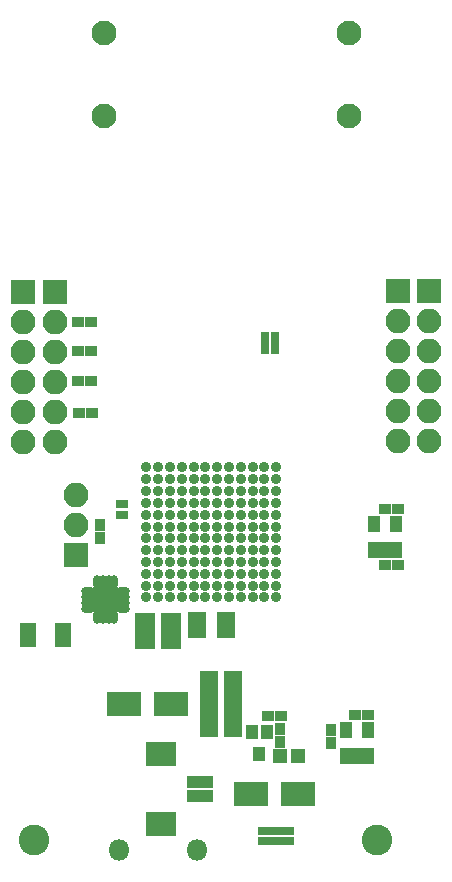
<source format=gbr>
G04 #@! TF.FileFunction,Soldermask,Bot*
%FSLAX46Y46*%
G04 Gerber Fmt 4.6, Leading zero omitted, Abs format (unit mm)*
G04 Created by KiCad (PCBNEW 4.0.6) date Friday, April 06, 2018 'AMt' 10:50:20 AM*
%MOMM*%
%LPD*%
G01*
G04 APERTURE LIST*
%ADD10C,0.100000*%
%ADD11C,2.600000*%
%ADD12R,1.400000X2.000000*%
%ADD13R,1.050000X1.460000*%
%ADD14C,2.100000*%
%ADD15R,0.900000X1.000000*%
%ADD16R,1.000000X0.900000*%
%ADD17R,0.800000X1.000000*%
%ADD18R,1.000000X0.800000*%
%ADD19C,0.900380*%
%ADD20O,1.800000X1.800000*%
%ADD21R,1.500000X2.300000*%
%ADD22R,1.800000X1.600000*%
%ADD23R,2.600000X2.000000*%
%ADD24R,2.200000X1.100000*%
%ADD25R,2.100000X2.100000*%
%ADD26O,2.100000X2.100000*%
%ADD27R,2.900000X2.100000*%
%ADD28R,1.100000X1.300000*%
%ADD29O,0.700000X1.150000*%
%ADD30O,1.150000X0.700000*%
%ADD31R,1.300000X1.300000*%
%ADD32R,1.650000X5.600000*%
%ADD33R,1.200000X1.150000*%
G04 APERTURE END LIST*
D10*
D11*
X117600000Y-118230000D03*
D12*
X117050000Y-100880000D03*
X120050000Y-100880000D03*
D13*
X148250000Y-93680000D03*
X147300000Y-93680000D03*
X146350000Y-93680000D03*
X146350000Y-91480000D03*
X148250000Y-91480000D03*
D14*
X123450000Y-56880000D03*
X123450000Y-49880000D03*
X144250000Y-56880000D03*
X144250000Y-49880000D03*
D15*
X123175000Y-91555000D03*
X123175000Y-92655000D03*
D16*
X148400000Y-94930000D03*
X147300000Y-94930000D03*
D15*
X142700000Y-110030000D03*
X142700000Y-108930000D03*
D16*
X148400000Y-90205000D03*
X147300000Y-90205000D03*
X122350000Y-74330000D03*
X121250000Y-74330000D03*
X122400000Y-76830000D03*
X121300000Y-76830000D03*
X122400000Y-79330000D03*
X121300000Y-79330000D03*
X122500000Y-82030000D03*
X121400000Y-82030000D03*
D17*
X137100000Y-75680000D03*
X138000000Y-75680000D03*
X137100000Y-76580000D03*
X138000000Y-76580000D03*
D18*
X124975000Y-90655000D03*
X124975000Y-89755000D03*
D19*
X138075640Y-86664960D03*
X137074880Y-86664960D03*
X136074120Y-86664960D03*
X135075900Y-86664960D03*
X134075140Y-86664960D03*
X133074380Y-86664960D03*
X132076160Y-86664960D03*
X131075400Y-86664960D03*
X130074640Y-86664960D03*
X129073880Y-86664960D03*
X128075660Y-86664960D03*
X127074900Y-86664960D03*
X138075640Y-87665720D03*
X138075640Y-88666480D03*
X138075640Y-89664700D03*
X138075640Y-90665460D03*
X138075640Y-91666220D03*
X138075640Y-92664440D03*
X138075640Y-93665200D03*
X138075640Y-94665960D03*
X127074900Y-87665720D03*
X128075660Y-87665720D03*
X129073880Y-87665720D03*
X130074640Y-87665720D03*
X131075400Y-87665720D03*
X132076160Y-87665720D03*
X133074380Y-87665720D03*
X134075140Y-87665720D03*
X137074880Y-87665720D03*
X136074120Y-87665720D03*
X135075900Y-87665720D03*
X137074880Y-88666480D03*
X136074120Y-88666480D03*
X135075900Y-88666480D03*
X134075140Y-88666480D03*
X133074380Y-88666480D03*
X132076160Y-88666480D03*
X131075400Y-88666480D03*
X130074640Y-88666480D03*
X137074880Y-89664700D03*
X136074120Y-89664700D03*
X135075900Y-89664700D03*
X134075140Y-89664700D03*
X133074380Y-89664700D03*
X132076160Y-89664700D03*
X131075400Y-89664700D03*
X130074640Y-89664700D03*
X137074880Y-90665460D03*
X136074120Y-90665460D03*
X135075900Y-90665460D03*
X129073880Y-88666480D03*
X129073880Y-89664700D03*
X128075660Y-88666480D03*
X128075660Y-89664700D03*
X127074900Y-89664700D03*
X127074900Y-88666480D03*
X137074880Y-91666220D03*
X136074120Y-91666220D03*
X135075900Y-91666220D03*
X135075900Y-92664440D03*
X136074120Y-92664440D03*
X137074880Y-92664440D03*
X137074880Y-93665200D03*
X136074120Y-93665200D03*
X135075900Y-93665200D03*
X135075900Y-94665960D03*
X136074120Y-94665960D03*
X137074880Y-94665960D03*
X138075640Y-95666720D03*
X137074880Y-95666720D03*
X136074120Y-95666720D03*
X135075900Y-95666720D03*
X135075900Y-96664940D03*
X136074120Y-96664940D03*
X137074880Y-96664940D03*
X138075640Y-96664940D03*
X138075640Y-97665700D03*
X137074880Y-97665700D03*
X136074120Y-97665700D03*
X135075900Y-97665700D03*
X131075400Y-90665460D03*
X132076160Y-90665460D03*
X133074380Y-90665460D03*
X134075140Y-90665460D03*
X134075140Y-91666220D03*
X133074380Y-91666220D03*
X132076160Y-91666220D03*
X131075400Y-91666220D03*
X134075140Y-92664440D03*
X133074380Y-92664440D03*
X132076160Y-92664440D03*
X131075400Y-92664440D03*
X134075140Y-93665200D03*
X133074380Y-93665200D03*
X132076160Y-93665200D03*
X131075400Y-93665200D03*
X134075140Y-94665960D03*
X133074380Y-94665960D03*
X132076160Y-94665960D03*
X131075400Y-94665960D03*
X134075140Y-95666720D03*
X133074380Y-95666720D03*
X132076160Y-95666720D03*
X131075400Y-95666720D03*
X134075140Y-96664940D03*
X133074380Y-96664940D03*
X132076160Y-96664940D03*
X131075400Y-96664940D03*
X134075140Y-97665700D03*
X133074380Y-97665700D03*
X132076160Y-97665700D03*
X131075400Y-97665700D03*
X130074640Y-90665460D03*
X129073880Y-90665460D03*
X128075660Y-90665460D03*
X127074900Y-90665460D03*
X130074640Y-91666220D03*
X129073880Y-91666220D03*
X128075660Y-91666220D03*
X127074900Y-91666220D03*
X130074640Y-94665960D03*
X127074900Y-92664440D03*
X128075660Y-92664440D03*
X129073880Y-92664440D03*
X130074640Y-92664440D03*
X130074640Y-93665200D03*
X129073880Y-93665200D03*
X128075660Y-93665200D03*
X127074900Y-93665200D03*
X129073880Y-94665960D03*
X128075660Y-94665960D03*
X127074900Y-94665960D03*
X130074640Y-97665700D03*
X130074640Y-96664940D03*
X130074640Y-95666720D03*
X129073880Y-95666720D03*
X129073880Y-96664940D03*
X129073880Y-97665700D03*
X128075660Y-97665700D03*
X128075660Y-96664940D03*
X128075660Y-95666720D03*
X127074900Y-95666720D03*
X127074900Y-96664940D03*
X127074900Y-97665700D03*
D20*
X124800000Y-119080000D03*
X131400000Y-119080000D03*
D21*
X133825000Y-100030000D03*
X131325000Y-100030000D03*
D22*
X129150000Y-101305000D03*
X126950000Y-101305000D03*
X126950000Y-99705000D03*
X129150000Y-99705000D03*
D23*
X128350000Y-116855000D03*
X128350000Y-110905000D03*
D24*
X131650000Y-114505000D03*
X131650000Y-113255000D03*
D25*
X121150000Y-94105000D03*
D26*
X121150000Y-91565000D03*
X121150000Y-89025000D03*
D16*
X145850000Y-107630000D03*
X144750000Y-107630000D03*
X137350000Y-107730000D03*
X138450000Y-107730000D03*
D15*
X138400000Y-109880000D03*
X138400000Y-108780000D03*
D27*
X129200000Y-106680000D03*
X125200000Y-106680000D03*
X139950000Y-114280000D03*
X135950000Y-114280000D03*
D25*
X151050000Y-71680000D03*
D26*
X151050000Y-74220000D03*
X151050000Y-76760000D03*
X151050000Y-79300000D03*
X151050000Y-81840000D03*
X151050000Y-84380000D03*
D25*
X116650000Y-71780000D03*
D26*
X116650000Y-74320000D03*
X116650000Y-76860000D03*
X116650000Y-79400000D03*
X116650000Y-81940000D03*
X116650000Y-84480000D03*
D28*
X136000000Y-109030000D03*
X137300000Y-109030000D03*
X136650000Y-110930000D03*
D18*
X138050000Y-117430000D03*
X138050000Y-118330000D03*
X139050000Y-117430000D03*
X139050000Y-118330000D03*
X137050000Y-117430000D03*
X137050000Y-118330000D03*
D13*
X145850000Y-111130000D03*
X144900000Y-111130000D03*
X143950000Y-111130000D03*
X143950000Y-108930000D03*
X145850000Y-108930000D03*
D25*
X119350000Y-71780000D03*
D26*
X119350000Y-74320000D03*
X119350000Y-76860000D03*
X119350000Y-79400000D03*
X119350000Y-81940000D03*
X119350000Y-84480000D03*
D11*
X146600000Y-118230000D03*
D29*
X122875000Y-96380000D03*
X123375000Y-96380000D03*
X123875000Y-96380000D03*
X124375000Y-96380000D03*
D30*
X125100000Y-97105000D03*
X125100000Y-97605000D03*
X125100000Y-98105000D03*
X125100000Y-98605000D03*
D29*
X124375000Y-99330000D03*
X123875000Y-99330000D03*
X123375000Y-99330000D03*
X122875000Y-99330000D03*
D30*
X122150000Y-98605000D03*
X122150000Y-98105000D03*
X122150000Y-97605000D03*
X122150000Y-97105000D03*
D31*
X124075000Y-98305000D03*
X123175000Y-98305000D03*
X124075000Y-97405000D03*
X123175000Y-97405000D03*
D25*
X148350000Y-71705000D03*
D26*
X148350000Y-74245000D03*
X148350000Y-76785000D03*
X148350000Y-79325000D03*
X148350000Y-81865000D03*
X148350000Y-84405000D03*
D32*
X132400000Y-106730000D03*
X134400000Y-106730000D03*
D33*
X138400000Y-111080000D03*
X139900000Y-111080000D03*
M02*

</source>
